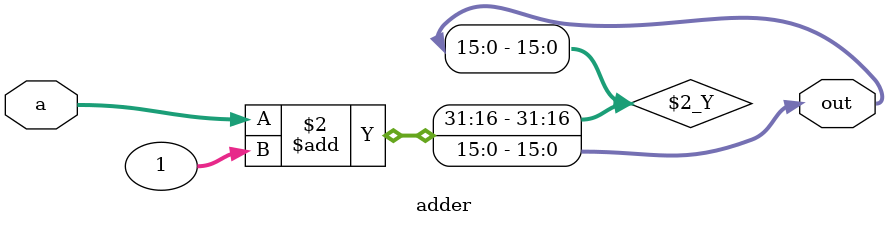
<source format=v>
`timescale 1ns / 1ps

module adder
(
	input [15:0] a,
	output reg [15:0] out
);

always
	begin
	   out = a + 1;
	end

endmodule
</source>
